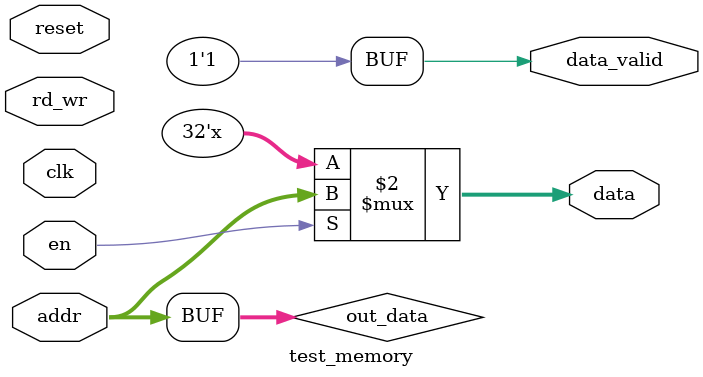
<source format=v>
module test_memory(
    clk,
    reset,
    addr,
    en,
    data_valid,
    data,
    rd_wr
);
    input clk;
    input reset;

    input [31:0] addr;
    input en;
    output data_valid;
    output [31:0] data;
    input rd_wr;

    reg [31:0] memory [0:1023];

    reg [31:0] out_data;
   
    //always @(posedge clk, negedge reset) begin
    //        
    //
    //end 

    //always @(posedge clk) begin
    //    out_data <= addr;
    //end
    //
    always @(*) begin
        out_data = addr;
    end

    assign data_valid = 1'b1;
    assign data = en ? out_data : 32'dz;
    

endmodule

</source>
